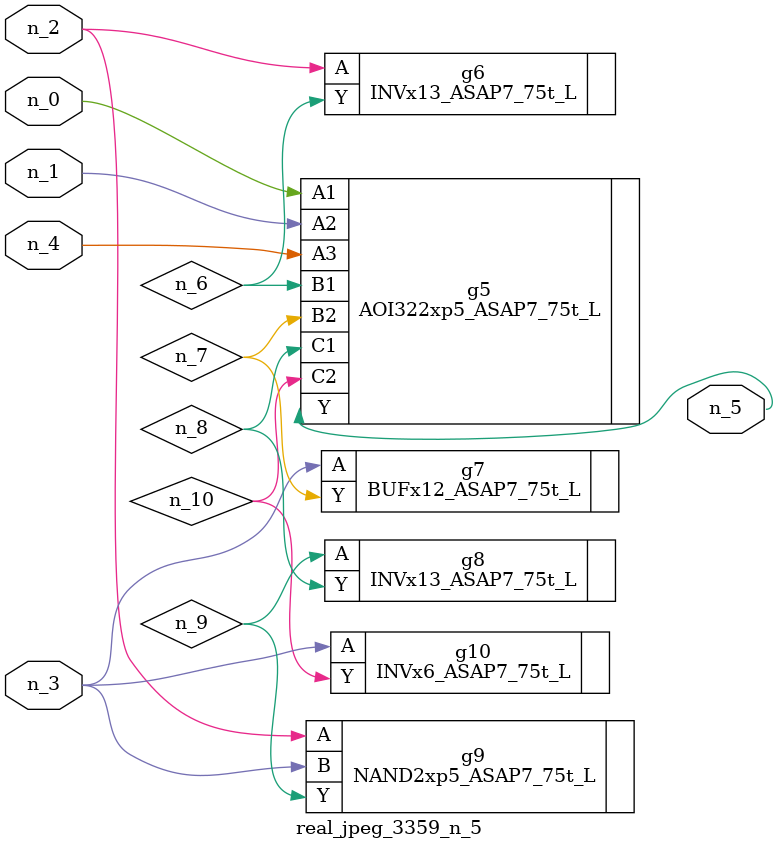
<source format=v>
module real_jpeg_3359_n_5 (n_4, n_0, n_1, n_2, n_3, n_5);

input n_4;
input n_0;
input n_1;
input n_2;
input n_3;

output n_5;

wire n_8;
wire n_6;
wire n_7;
wire n_10;
wire n_9;

AOI322xp5_ASAP7_75t_L g5 ( 
.A1(n_0),
.A2(n_1),
.A3(n_4),
.B1(n_6),
.B2(n_7),
.C1(n_8),
.C2(n_10),
.Y(n_5)
);

INVx13_ASAP7_75t_L g6 ( 
.A(n_2),
.Y(n_6)
);

NAND2xp5_ASAP7_75t_L g9 ( 
.A(n_2),
.B(n_3),
.Y(n_9)
);

BUFx12_ASAP7_75t_L g7 ( 
.A(n_3),
.Y(n_7)
);

INVx6_ASAP7_75t_L g10 ( 
.A(n_3),
.Y(n_10)
);

INVx13_ASAP7_75t_L g8 ( 
.A(n_9),
.Y(n_8)
);


endmodule
</source>
